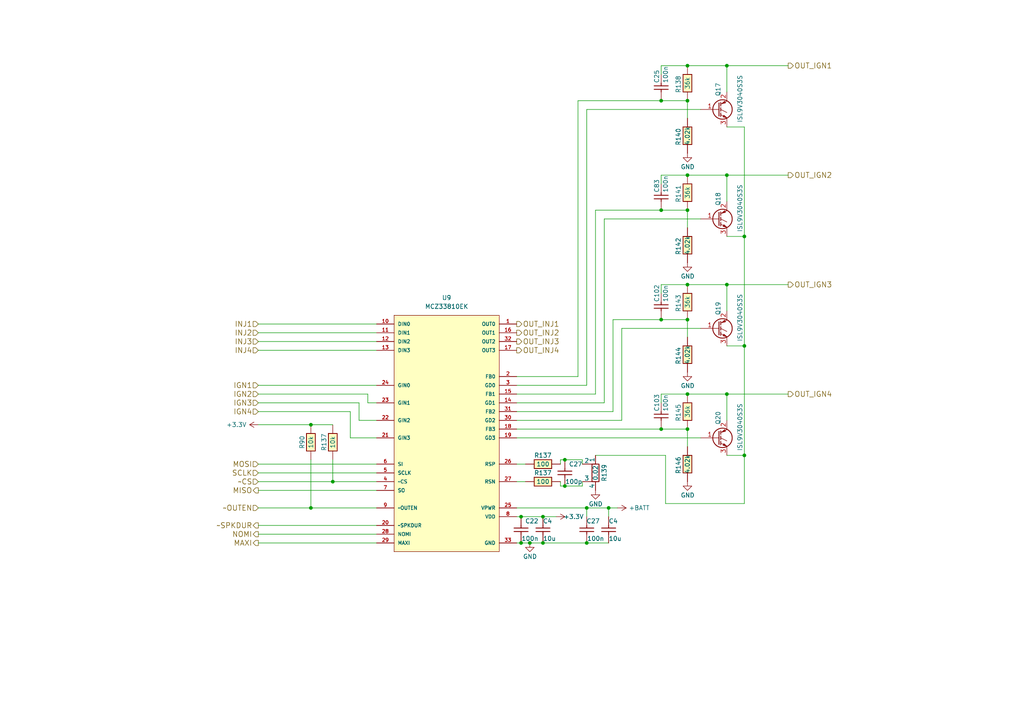
<source format=kicad_sch>
(kicad_sch (version 20230121) (generator eeschema)
  (paper "A4")
  (lib_symbols
    (symbol "Device:Q_NIGBT_GCE" (pin_names (offset 0) hide)
      (property "Reference" "Q" (at 5.08 1.27 0))
      (property "Value" "Q_NIGBT_GCE" (at 5.08 -1.27 0))
      (symbol "Q_NIGBT_GCE_0_1"
        (polyline (pts (xy 0.762 -1.016) (xy 0.762 -2.032)) (stroke (width 0.254)))
        (polyline (pts (xy 0.762 0.508) (xy 0.762 -0.508)) (stroke (width 0.254)))
        (polyline (pts (xy 0.762 2.032) (xy 0.762 1.016)) (stroke (width 0.254)))
        (polyline (pts (xy 2.54 -2.413) (xy 0.762 -1.524)))
        (polyline (pts (xy 2.54 -0.889) (xy 0.762 0)))
        (polyline (pts (xy 2.54 2.413) (xy 0.762 1.524)))
        (polyline (pts (xy 0.254 1.905) (xy 0.254 -1.905) (xy 0.254 -1.905)) (stroke (width 0.254)))
        (polyline (pts (xy 1.397 -2.159) (xy 1.651 -1.651) (xy 2.54 -2.413) (xy 1.397 -2.159)) (fill (type outline)))
        (polyline (pts (xy 2.159 1.905) (xy 1.905 2.413) (xy 1.016 1.651) (xy 2.159 1.905)) (fill (type outline)))
        (circle (center 1.27 0) (radius 2.8194) (stroke (width 0.254)))
      )
      (symbol "Q_NIGBT_GCE_1_1"
        (pin input line (at -5.08 0 0) (length 5.334) (name "G") (number "1"))
        (pin passive line (at 2.54 5.08 270) (length 2.54) (name "C") (number "2"))
        (pin passive line (at 2.54 -5.08 90) (length 2.54) (name "E") (number "3"))
      )
    )
    (symbol "Device:R_Shunt" (pin_numbers hide) (pin_names (offset 0))
      (property "Reference" "R" (at -4.445 0 90))
      (property "Value" "R_Shunt" (at -2.54 0 90))
      (symbol "R_Shunt_0_1"
        (rectangle (start -1.016 -2.54) (end 1.016 2.54) (stroke (width 0.254)))
        (polyline (pts (xy 0 -2.54) (xy 1.27 -2.54)))
        (polyline (pts (xy 1.27 2.54) (xy 0 2.54)))
      )
      (symbol "R_Shunt_1_1"
        (pin passive line (at 0 5.08 270) (length 2.54) (name "1") (number "1"))
        (pin passive line (at 3.81 2.54 180) (length 2.54) (name "2") (number "2"))
        (pin passive line (at 3.81 -2.54 180) (length 2.54) (name "3") (number "3"))
        (pin passive line (at 0 -5.08 90) (length 2.54) (name "4") (number "4"))
      )
    )
    (symbol "Mcz33810:MCZ33810EK" (pin_names (offset 1.016))
      (property "Reference" "U" (at -1.27 38.1 0))
      (property "Value" "MCZ33810EK" (at -6.35 35.56 0))
      (symbol "MCZ33810EK_0_0"
        (pin output line (at 20.32 33.02 180) (length 5.08) (name "OUT0") (number "1"))
        (pin input line (at -20.32 33.02 0) (length 5.08) (name "DIN0") (number "10"))
        (pin input line (at -20.32 30.48 0) (length 5.08) (name "DIN1") (number "11"))
        (pin input line (at -20.32 27.94 0) (length 5.08) (name "DIN2") (number "12"))
        (pin input line (at -20.32 25.4 0) (length 5.08) (name "DIN3") (number "13"))
        (pin output line (at 20.32 10.16 180) (length 5.08) (name "GD1") (number "14"))
        (pin input line (at 20.32 12.7 180) (length 5.08) (name "FB1") (number "15"))
        (pin output line (at 20.32 30.48 180) (length 5.08) (name "OUT1") (number "16"))
        (pin output line (at 20.32 25.4 180) (length 5.08) (name "OUT3") (number "17"))
        (pin input line (at 20.32 2.54 180) (length 5.08) (name "FB3") (number "18"))
        (pin output line (at 20.32 0 180) (length 5.08) (name "GD3") (number "19"))
        (pin input line (at 20.32 17.78 180) (length 5.08) (name "FB0") (number "2"))
        (pin input line (at -20.32 -25.4 0) (length 5.08) (name "~SPKDUR") (number "20"))
        (pin input line (at -20.32 0 0) (length 5.08) (name "GIN3") (number "21"))
        (pin input line (at -20.32 5.08 0) (length 5.08) (name "GIN2") (number "22"))
        (pin input line (at -20.32 10.16 0) (length 5.08) (name "GIN1") (number "23"))
        (pin input line (at -20.32 15.24 0) (length 5.08) (name "GIN0") (number "24"))
        (pin input line (at 20.32 -20.32 180) (length 5.08) (name "VPWR") (number "25"))
        (pin input line (at 20.32 -7.62 180) (length 5.08) (name "RSP") (number "26"))
        (pin input line (at 20.32 -12.7 180) (length 5.08) (name "RSN") (number "27"))
        (pin output line (at -20.32 -27.94 0) (length 5.08) (name "NOMI") (number "28"))
        (pin input line (at -20.32 -30.48 0) (length 5.08) (name "MAXI") (number "29"))
        (pin output line (at 20.32 15.24 180) (length 5.08) (name "GD0") (number "3"))
        (pin output line (at 20.32 5.08 180) (length 5.08) (name "GD2") (number "30"))
        (pin input line (at 20.32 7.62 180) (length 5.08) (name "FB2") (number "31"))
        (pin output line (at 20.32 27.94 180) (length 5.08) (name "OUT2") (number "32"))
        (pin passive line (at 20.32 -30.48 180) (length 5.08) (name "GND") (number "33"))
        (pin input line (at -20.32 -12.7 0) (length 5.08) (name "~CS") (number "4"))
        (pin input line (at -20.32 -10.16 0) (length 5.08) (name "SCLK") (number "5"))
        (pin input line (at -20.32 -7.62 0) (length 5.08) (name "SI") (number "6"))
        (pin output line (at -20.32 -15.24 0) (length 5.08) (name "SO") (number "7"))
        (pin power_in line (at 20.32 -22.86 180) (length 5.08) (name "VDD") (number "8"))
        (pin output line (at -20.32 -20.32 0) (length 5.08) (name "~OUTEN") (number "9"))
      )
      (symbol "MCZ33810EK_1_0"
        (rectangle (start -15.24 35.56) (end 15.24 -33.02) (fill (type background)))
      )
    )
    (symbol "hellen-one-common:Cap" (pin_numbers hide)
      (property "Reference" "C" (at -3.81 2.54 0))
      (property "Value" "Cap" (at -2.54 -1.27 0))
      (symbol "Cap_1_0"
        (polyline (pts (xy -1.27 0) (xy -0.508 0)) (stroke (width 0.254)))
        (polyline (pts (xy -0.508 -2.032) (xy -0.508 2.032)) (stroke (width 0.254)))
        (polyline (pts (xy 0.508 2.032) (xy 0.508 -2.032)) (stroke (width 0.254)))
        (polyline (pts (xy 1.27 0) (xy 0.508 0)) (stroke (width 0.254)))
        (pin passive line (at -3.81 0 0) (length 2.54) (name "") (number "1"))
        (pin passive line (at 3.81 0 180) (length 2.54) (name "") (number "2"))
      )
    )
    (symbol "hellen-one-common:Res" (pin_numbers hide)
      (property "Reference" "R" (at 3.81 2.54 0))
      (property "Value" "Res" (at 5.08 -2.54 0))
      (symbol "Res_1_0"
        (rectangle (start 2.54 -1.27) (end 7.62 1.27) (stroke (width 0.254)) (fill (type background)))
        (pin passive line (at 0 0 0) (length 2.54) (name "") (number "1"))
        (pin passive line (at 10.16 0 180) (length 2.54) (name "") (number "2"))
      )
    )
    (symbol "power:+3.3V" (power) (pin_names (offset 0))
      (property "Value" "+3.3V" (at 0 3.556 0))
      (symbol "+3.3V_0_1"
        (polyline (pts (xy -0.762 1.27) (xy 0 2.54)))
        (polyline (pts (xy 0 0) (xy 0 2.54)))
        (polyline (pts (xy 0 2.54) (xy 0.762 1.27)))
      )
      (symbol "+3.3V_1_1"
        (pin power_in line (at 0 0 90) (length 0) hide (name "+3.3V") (number "1"))
      )
    )
    (symbol "power:+BATT" (power) (pin_names (offset 0))
      (property "Value" "+BATT" (at 0 3.556 0))
      (symbol "+BATT_0_1"
        (polyline (pts (xy -0.762 1.27) (xy 0 2.54)))
        (polyline (pts (xy 0 0) (xy 0 2.54)))
        (polyline (pts (xy 0 2.54) (xy 0.762 1.27)))
      )
      (symbol "+BATT_1_1"
        (pin power_in line (at 0 0 90) (length 0) hide (name "+BATT") (number "1"))
      )
    )
    (symbol "power:GND" (power) (pin_names (offset 0))
      (property "Value" "GND" (at 0 -3.81 0))
      (symbol "GND_0_1"
        (polyline (pts (xy 0 0) (xy 0 -1.27) (xy 1.27 -1.27) (xy 0 -2.54) (xy -1.27 -1.27) (xy 0 -1.27)))
      )
      (symbol "GND_1_1"
        (pin power_in line (at 0 0 270) (length 0) hide (name "GND") (number "1"))
      )
    )
  )
  (junction (at 170.18 147.32))
  (junction (at 170.18 157.48))
  (junction (at 191.77 29.21))
  (junction (at 210.82 82.55))
  (junction (at 199.39 50.8))
  (junction (at 215.9 132.08))
  (junction (at 153.67 157.48))
  (junction (at 90.17 123.19))
  (junction (at 199.39 114.3))
  (junction (at 215.9 100.33))
  (junction (at 151.13 157.48))
  (junction (at 199.39 124.46))
  (junction (at 210.82 50.8))
  (junction (at 191.77 124.46))
  (junction (at 199.39 60.96))
  (junction (at 191.77 92.71))
  (junction (at 151.13 149.86))
  (junction (at 199.39 92.71))
  (junction (at 199.39 19.05))
  (junction (at 163.83 140.97))
  (junction (at 191.77 60.96))
  (junction (at 90.17 147.32))
  (junction (at 210.82 19.05))
  (junction (at 215.9 68.58))
  (junction (at 96.52 139.7))
  (junction (at 157.48 157.48))
  (junction (at 199.39 29.21))
  (junction (at 157.48 149.86))
  (junction (at 210.82 114.3))
  (junction (at 176.53 147.32))
  (junction (at 199.39 82.55))
  (junction (at 163.83 133.35))
  (wire (pts (xy 210.82 50.8) (xy 228.6 50.8)))
  (wire (pts (xy 74.93 137.16) (xy 109.22 137.16)))
  (wire (pts (xy 153.67 157.48) (xy 157.48 157.48)))
  (wire (pts (xy 168.91 140.97) (xy 168.91 139.7)))
  (wire (pts (xy 199.39 50.8) (xy 191.77 50.8)))
  (wire (pts (xy 191.77 92.71) (xy 199.39 92.71)))
  (wire (pts (xy 199.39 50.8) (xy 210.82 50.8)))
  (wire (pts (xy 149.86 109.22) (xy 167.64 109.22)))
  (wire (pts (xy 210.82 26.67) (xy 210.82 19.05)))
  (wire (pts (xy 199.39 97.79) (xy 199.39 92.71)))
  (wire (pts (xy 74.93 101.6) (xy 109.22 101.6)))
  (wire (pts (xy 74.93 119.38) (xy 101.6 119.38)))
  (wire (pts (xy 74.93 123.19) (xy 90.17 123.19)))
  (wire (pts (xy 215.9 68.58) (xy 215.9 100.33)))
  (wire (pts (xy 74.93 116.84) (xy 104.14 116.84)))
  (wire (pts (xy 170.18 149.86) (xy 170.18 147.32)))
  (wire (pts (xy 149.86 121.92) (xy 180.34 121.92)))
  (wire (pts (xy 177.8 119.38) (xy 177.8 92.71)))
  (wire (pts (xy 90.17 123.19) (xy 96.52 123.19)))
  (wire (pts (xy 210.82 68.58) (xy 215.9 68.58)))
  (wire (pts (xy 199.39 114.3) (xy 191.77 114.3)))
  (wire (pts (xy 149.86 111.76) (xy 170.18 111.76)))
  (wire (pts (xy 215.9 100.33) (xy 215.9 132.08)))
  (wire (pts (xy 191.77 19.05) (xy 191.77 21.59)))
  (wire (pts (xy 74.93 96.52) (xy 109.22 96.52)))
  (wire (pts (xy 163.83 133.35) (xy 162.56 133.35)))
  (wire (pts (xy 180.34 121.92) (xy 180.34 95.25)))
  (wire (pts (xy 74.93 147.32) (xy 90.17 147.32)))
  (wire (pts (xy 104.14 116.84) (xy 104.14 121.92)))
  (wire (pts (xy 193.04 132.08) (xy 172.72 132.08)))
  (wire (pts (xy 149.86 124.46) (xy 191.77 124.46)))
  (wire (pts (xy 162.56 133.35) (xy 162.56 134.62)))
  (wire (pts (xy 210.82 36.83) (xy 215.9 36.83)))
  (wire (pts (xy 176.53 147.32) (xy 179.07 147.32)))
  (wire (pts (xy 210.82 90.17) (xy 210.82 82.55)))
  (wire (pts (xy 168.91 133.35) (xy 163.83 133.35)))
  (wire (pts (xy 199.39 82.55) (xy 210.82 82.55)))
  (wire (pts (xy 74.93 134.62) (xy 109.22 134.62)))
  (wire (pts (xy 170.18 31.75) (xy 203.2 31.75)))
  (wire (pts (xy 151.13 149.86) (xy 149.86 149.86)))
  (wire (pts (xy 170.18 157.48) (xy 176.53 157.48)))
  (wire (pts (xy 149.86 119.38) (xy 177.8 119.38)))
  (wire (pts (xy 163.83 140.97) (xy 162.56 140.97)))
  (wire (pts (xy 149.86 114.3) (xy 172.72 114.3)))
  (wire (pts (xy 74.93 142.24) (xy 109.22 142.24)))
  (wire (pts (xy 199.39 19.05) (xy 210.82 19.05)))
  (wire (pts (xy 175.26 63.5) (xy 203.2 63.5)))
  (wire (pts (xy 149.86 127) (xy 203.2 127)))
  (wire (pts (xy 74.93 152.4) (xy 109.22 152.4)))
  (wire (pts (xy 96.52 139.7) (xy 96.52 133.35)))
  (wire (pts (xy 104.14 121.92) (xy 109.22 121.92)))
  (wire (pts (xy 215.9 146.05) (xy 193.04 146.05)))
  (wire (pts (xy 210.82 58.42) (xy 210.82 50.8)))
  (wire (pts (xy 210.82 82.55) (xy 228.6 82.55)))
  (wire (pts (xy 90.17 147.32) (xy 109.22 147.32)))
  (wire (pts (xy 151.13 149.86) (xy 157.48 149.86)))
  (wire (pts (xy 101.6 127) (xy 101.6 119.38)))
  (wire (pts (xy 172.72 114.3) (xy 172.72 60.96)))
  (wire (pts (xy 74.93 139.7) (xy 96.52 139.7)))
  (wire (pts (xy 168.91 133.35) (xy 168.91 134.62)))
  (wire (pts (xy 191.77 60.96) (xy 199.39 60.96)))
  (wire (pts (xy 106.68 116.84) (xy 106.68 114.3)))
  (wire (pts (xy 74.93 157.48) (xy 109.22 157.48)))
  (wire (pts (xy 153.67 157.48) (xy 151.13 157.48)))
  (wire (pts (xy 175.26 116.84) (xy 175.26 63.5)))
  (wire (pts (xy 199.39 34.29) (xy 199.39 29.21)))
  (wire (pts (xy 74.93 114.3) (xy 106.68 114.3)))
  (wire (pts (xy 215.9 132.08) (xy 215.9 146.05)))
  (wire (pts (xy 167.64 109.22) (xy 167.64 29.21)))
  (wire (pts (xy 191.77 82.55) (xy 191.77 85.09)))
  (wire (pts (xy 152.4 134.62) (xy 149.86 134.62)))
  (wire (pts (xy 210.82 100.33) (xy 215.9 100.33)))
  (wire (pts (xy 170.18 147.32) (xy 149.86 147.32)))
  (wire (pts (xy 177.8 92.71) (xy 191.77 92.71)))
  (wire (pts (xy 176.53 147.32) (xy 176.53 149.86)))
  (wire (pts (xy 210.82 114.3) (xy 228.6 114.3)))
  (wire (pts (xy 199.39 66.04) (xy 199.39 60.96)))
  (wire (pts (xy 170.18 111.76) (xy 170.18 31.75)))
  (wire (pts (xy 151.13 157.48) (xy 149.86 157.48)))
  (wire (pts (xy 210.82 132.08) (xy 215.9 132.08)))
  (wire (pts (xy 109.22 127) (xy 101.6 127)))
  (wire (pts (xy 109.22 116.84) (xy 106.68 116.84)))
  (wire (pts (xy 74.93 99.06) (xy 109.22 99.06)))
  (wire (pts (xy 210.82 121.92) (xy 210.82 114.3)))
  (wire (pts (xy 167.64 29.21) (xy 191.77 29.21)))
  (wire (pts (xy 157.48 149.86) (xy 161.29 149.86)))
  (wire (pts (xy 157.48 157.48) (xy 170.18 157.48)))
  (wire (pts (xy 199.39 114.3) (xy 210.82 114.3)))
  (wire (pts (xy 74.93 154.94) (xy 109.22 154.94)))
  (wire (pts (xy 149.86 116.84) (xy 175.26 116.84)))
  (wire (pts (xy 172.72 60.96) (xy 191.77 60.96)))
  (wire (pts (xy 199.39 129.54) (xy 199.39 124.46)))
  (wire (pts (xy 109.22 139.7) (xy 96.52 139.7)))
  (wire (pts (xy 74.93 111.76) (xy 109.22 111.76)))
  (wire (pts (xy 193.04 146.05) (xy 193.04 132.08)))
  (wire (pts (xy 215.9 36.83) (xy 215.9 68.58)))
  (wire (pts (xy 74.93 93.98) (xy 109.22 93.98)))
  (wire (pts (xy 90.17 133.35) (xy 90.17 147.32)))
  (wire (pts (xy 180.34 95.25) (xy 203.2 95.25)))
  (wire (pts (xy 191.77 114.3) (xy 191.77 116.84)))
  (wire (pts (xy 210.82 19.05) (xy 228.6 19.05)))
  (wire (pts (xy 191.77 50.8) (xy 191.77 53.34)))
  (wire (pts (xy 199.39 19.05) (xy 191.77 19.05)))
  (wire (pts (xy 176.53 147.32) (xy 170.18 147.32)))
  (wire (pts (xy 152.4 139.7) (xy 149.86 139.7)))
  (wire (pts (xy 168.91 140.97) (xy 163.83 140.97)))
  (wire (pts (xy 191.77 29.21) (xy 199.39 29.21)))
  (wire (pts (xy 191.77 124.46) (xy 199.39 124.46)))
  (wire (pts (xy 199.39 82.55) (xy 191.77 82.55)))
  (wire (pts (xy 162.56 140.97) (xy 162.56 139.7)))
  (hierarchical_label "OUT_INJ2" (shape output) (at 149.86 96.52 0) (effects (font (size 1.524 1.524))))
  (hierarchical_label "OUT_INJ3" (shape output) (at 149.86 99.06 0) (effects (font (size 1.524 1.524))))
  (hierarchical_label "NOMI" (shape output) (at 74.93 154.94 180) (effects (font (size 1.524 1.524))))
  (hierarchical_label "INJ4" (shape input) (at 74.93 101.6 180) (effects (font (size 1.524 1.524))))
  (hierarchical_label "IGN4" (shape input) (at 74.93 119.38 180) (effects (font (size 1.524 1.524))))
  (hierarchical_label "SCLK" (shape input) (at 74.93 137.16 180) (effects (font (size 1.524 1.524))))
  (hierarchical_label "IGN3" (shape input) (at 74.93 116.84 180) (effects (font (size 1.524 1.524))))
  (hierarchical_label "~OUTEN" (shape input) (at 74.93 147.32 180) (effects (font (size 1.524 1.524))))
  (hierarchical_label "MAXI" (shape output) (at 74.93 157.48 180) (effects (font (size 1.524 1.524))))
  (hierarchical_label "INJ2" (shape input) (at 74.93 96.52 180) (effects (font (size 1.524 1.524))))
  (hierarchical_label "OUT_IGN1" (shape output) (at 228.6 19.05 0) (effects (font (size 1.524 1.524))))
  (hierarchical_label "INJ3" (shape input) (at 74.93 99.06 180) (effects (font (size 1.524 1.524))))
  (hierarchical_label "MOSI" (shape input) (at 74.93 134.62 180) (effects (font (size 1.524 1.524))))
  (hierarchical_label "~CS" (shape input) (at 74.93 139.7 180) (effects (font (size 1.524 1.524))))
  (hierarchical_label "IGN1" (shape input) (at 74.93 111.76 180) (effects (font (size 1.524 1.524))))
  (hierarchical_label "OUT_IGN2" (shape output) (at 228.6 50.8 0) (effects (font (size 1.524 1.524))))
  (hierarchical_label "IGN2" (shape input) (at 74.93 114.3 180) (effects (font (size 1.524 1.524))))
  (hierarchical_label "OUT_IGN3" (shape output) (at 228.6 82.55 0) (effects (font (size 1.524 1.524))))
  (hierarchical_label "INJ1" (shape input) (at 74.93 93.98 180) (effects (font (size 1.524 1.524))))
  (hierarchical_label "MISO" (shape output) (at 74.93 142.24 180) (effects (font (size 1.524 1.524))))
  (hierarchical_label "OUT_IGN4" (shape output) (at 228.6 114.3 0) (effects (font (size 1.524 1.524))))
  (hierarchical_label "~SPKDUR" (shape output) (at 74.93 152.4 180) (effects (font (size 1.524 1.524))))
  (hierarchical_label "OUT_INJ1" (shape output) (at 149.86 93.98 0) (effects (font (size 1.524 1.524))))
  (hierarchical_label "OUT_INJ4" (shape output) (at 149.86 101.6 0) (effects (font (size 1.524 1.524))))
  (symbol (lib_id "power:GND") (at 199.39 107.95 0) (unit 1)
    (property "Reference" "#PWR0158" (effects hide))
    (property "Value" "GND" (at 199.4408 111.8934 0))
    (instances (project "MC33810-breakout" (path "" (reference "#PWR0158") (unit 1)) (path "" (reference "#PWR010") (unit 1))) (project "hellen-112-17" (path "" (reference "#PWR?") (unit 1)) (path "" (reference "#PWR?") (unit 1))) (project "hellen-112-17" (path "" (reference "#PWR0148") (unit 1)) (path "" (reference "#PWR076") (unit 1))))
  )
  (symbol (lib_id "hellen-one-common:Cap") (at 157.48 153.67 90) (unit 1)
    (property "Reference" "C4" (at 157.48 151.13 90) (effects (justify right)))
    (property "Value" "10u" (at 157.48 156.21 90) (effects (justify right)))
    (property "Footprint" "Capacitor_SMD:C_0805_2012Metric" (effects hide))
    (property "LCSC" "C15850" (effects hide))
    (instances (project "MC33810-breakout" (path "" (reference "C4") (unit 1)) (path "" (reference "C2") (unit 1))))
  )
  (symbol (lib_id "power:+BATT") (at 179.07 147.32 270) (unit 1)
    (property "Reference" "#PWR0153" (effects hide))
    (property "Value" "+BATT" (at 185.42 147.32 90))
    (instances (project "MC33810-breakout" (path "" (reference "#PWR0153") (unit 1)) (path "" (reference "#PWR07") (unit 1))))
  )
  (symbol (lib_id "hellen-one-common:Cap") (at 176.53 153.67 90) (unit 1)
    (property "Reference" "C4" (at 176.53 151.13 90) (effects (justify right)))
    (property "Value" "10u" (at 176.53 156.21 90) (effects (justify right)))
    (property "Footprint" "Capacitor_SMD:C_0805_2012Metric" (effects hide))
    (property "LCSC" "C15850" (effects hide))
    (instances (project "MC33810-breakout" (path "" (reference "C4") (unit 1)) (path "" (reference "C5") (unit 1))))
  )
  (symbol (lib_id "hellen-one-common:Res") (at 199.39 97.79 90) (mirror x) (unit 1)
    (property "Reference" "R144" (at 196.7453 103.1904 0))
    (property "Value" "4.02k" (at 199.39 102.87 0))
    (property "Footprint" "Resistor_SMD:R_1206_3216Metric" (effects hide))
    (property "LCSC" "C274026" (effects hide))
    (instances (project "MC33810-breakout" (path "" (reference "R144") (unit 1)) (path "" (reference "R11") (unit 1))) (project "proteus81harley" (path "" (reference "R13") (unit 1))))
  )
  (symbol (lib_id "Device:Q_NIGBT_GCE") (at 208.28 31.75 0) (unit 1)
    (property "Reference" "Q17" (at 208.28 27.94 90) (effects (justify left)))
    (property "Value" "ISL9V3040S3S" (at 214.63 35.56 90) (effects (justify left)))
    (property "Footprint" "Package_TO_SOT_SMD:TO-263-2" (effects hide))
    (property "LCSC" "C898702" (effects hide))
    (instances (project "MC33810-breakout" (path "" (reference "Q17") (unit 1)) (path "" (reference "Q1") (unit 1))) (project "proteus81harley" (path "" (reference "Q1") (unit 1))))
  )
  (symbol (lib_id "hellen-one-common:Res") (at 199.39 34.29 90) (mirror x) (unit 1)
    (property "Reference" "R140" (at 196.7453 39.6904 0))
    (property "Value" "4.02k" (at 199.39 39.37 0))
    (property "Footprint" "Resistor_SMD:R_1206_3216Metric" (effects hide))
    (property "LCSC" "C274026" (effects hide))
    (instances (project "MC33810-breakout" (path "" (reference "R140") (unit 1)) (path "" (reference "R7") (unit 1))) (project "proteus81harley" (path "" (reference "R13") (unit 1))))
  )
  (symbol (lib_id "hellen-one-common:Res") (at 152.4 139.7 0) (mirror x) (unit 1)
    (property "Reference" "R137" (at 157.48 137.16 0))
    (property "Value" "100" (at 157.48 139.7 0))
    (property "Footprint" "hellen-one-common:R0603" (effects hide))
    (property "LCSC" "C22775" (effects hide))
    (instances (project "MC33810-breakout" (path "" (reference "R137") (unit 1)) (path "" (reference "R4") (unit 1))))
  )
  (symbol (lib_id "power:GND") (at 199.39 44.45 0) (unit 1)
    (property "Reference" "#PWR0156" (effects hide))
    (property "Value" "GND" (at 199.4408 48.3934 0))
    (instances (project "MC33810-breakout" (path "" (reference "#PWR0156") (unit 1)) (path "" (reference "#PWR08") (unit 1))) (project "hellen-112-17" (path "" (reference "#PWR?") (unit 1)) (path "" (reference "#PWR?") (unit 1))) (project "hellen-112-17" (path "" (reference "#PWR0148") (unit 1)) (path "" (reference "#PWR076") (unit 1))))
  )
  (symbol (lib_id "hellen-one-common:Cap") (at 191.77 120.65 270) (unit 1)
    (property "Reference" "C103" (at 190.5 119.38 0) (effects (justify right)))
    (property "Value" "100n" (at 193.04 119.38 0) (effects (justify right)))
    (property "Footprint" "hellen-one-common:C0603" (effects hide))
    (property "LCSC" "C14663" (effects hide))
    (instances (project "MC33810-breakout" (path "" (reference "C103") (unit 1)) (path "" (reference "C9") (unit 1))) (project "hellen-112-17" (path "" (reference "C?") (unit 1))) (project "hellen-112-17" (path "" (reference "C11") (unit 1)) (path "" (reference "C26") (unit 1))))
  )
  (symbol (lib_id "hellen-one-common:Res") (at 152.4 134.62 0) (mirror x) (unit 1)
    (property "Reference" "R137" (at 157.48 132.08 0))
    (property "Value" "100" (at 157.48 134.62 0))
    (property "Footprint" "hellen-one-common:R0603" (effects hide))
    (property "LCSC" "C22775" (effects hide))
    (instances (project "MC33810-breakout" (path "" (reference "R137") (unit 1)) (path "" (reference "R3") (unit 1))))
  )
  (symbol (lib_id "hellen-one-common:Cap") (at 191.77 88.9 270) (unit 1)
    (property "Reference" "C102" (at 190.5 87.63 0) (effects (justify right)))
    (property "Value" "100n" (at 193.04 87.63 0) (effects (justify right)))
    (property "Footprint" "hellen-one-common:C0603" (effects hide))
    (property "LCSC" "C14663" (effects hide))
    (instances (project "MC33810-breakout" (path "" (reference "C102") (unit 1)) (path "" (reference "C8") (unit 1))) (project "hellen-112-17" (path "" (reference "C?") (unit 1))) (project "hellen-112-17" (path "" (reference "C11") (unit 1)) (path "" (reference "C26") (unit 1))))
  )
  (symbol (lib_id "hellen-one-common:Res") (at 96.52 133.35 270) (mirror x) (unit 1)
    (property "Reference" "R137" (at 93.98 128.27 0))
    (property "Value" "10k" (at 96.52 128.27 0))
    (property "Footprint" "hellen-one-common:R0603" (effects hide))
    (property "LCSC" "C25804" (effects hide))
    (instances (project "MC33810-breakout" (path "" (reference "R137") (unit 1)) (path "" (reference "R2") (unit 1))))
  )
  (symbol (lib_id "hellen-one-common:Cap") (at 170.18 153.67 270) (unit 1)
    (property "Reference" "C27" (at 173.99 151.13 90) (effects (justify right)))
    (property "Value" "100n" (at 175.26 156.21 90) (effects (justify right)))
    (property "Footprint" "hellen-one-common:C0603" (effects hide))
    (property "LCSC" "C14663" (effects hide))
    (instances (project "MC33810-breakout" (path "" (reference "C27") (unit 1)) (path "" (reference "C4") (unit 1))) (project "hellen-112-17" (path "" (reference "C?") (unit 1))) (project "hellen-112-17" (path "" (reference "C11") (unit 1)) (path "" (reference "C26") (unit 1))))
  )
  (symbol (lib_id "hellen-one-common:Res") (at 90.17 133.35 270) (mirror x) (unit 1)
    (property "Reference" "R90" (at 87.63 128.27 0))
    (property "Value" "10k" (at 90.17 128.27 0))
    (property "Footprint" "hellen-one-common:R0603" (effects hide))
    (property "LCSC" "C25804" (effects hide))
    (instances (project "MC33810-breakout" (path "" (reference "R90") (unit 1)) (path "" (reference "R1") (unit 1))))
  )
  (symbol (lib_id "hellen-one-common:Res") (at 199.39 50.8 90) (mirror x) (unit 1)
    (property "Reference" "R141" (at 196.7453 56.2004 0))
    (property "Value" "36k" (at 199.39 55.88 0))
    (property "Footprint" "Resistor_SMD:R_2512_6332Metric" (effects hide))
    (property "LCSC" "C474088" (effects hide))
    (instances (project "MC33810-breakout" (path "" (reference "R141") (unit 1)) (path "" (reference "R8") (unit 1))) (project "proteus81harley" (path "" (reference "R13") (unit 1))))
  )
  (symbol (lib_id "hellen-one-common:Res") (at 199.39 66.04 90) (mirror x) (unit 1)
    (property "Reference" "R142" (at 196.7453 71.4404 0))
    (property "Value" "4.02k" (at 199.39 71.12 0))
    (property "Footprint" "Resistor_SMD:R_1206_3216Metric" (effects hide))
    (property "LCSC" "C274026" (effects hide))
    (instances (project "MC33810-breakout" (path "" (reference "R142") (unit 1)) (path "" (reference "R9") (unit 1))) (project "proteus81harley" (path "" (reference "R13") (unit 1))))
  )
  (symbol (lib_id "hellen-one-common:Cap") (at 163.83 137.16 270) (unit 1)
    (property "Reference" "C27" (at 168.91 134.62 90) (effects (justify right)))
    (property "Value" "100p" (at 168.91 139.7 90) (effects (justify right)))
    (property "Footprint" "hellen-one-common:C0603" (effects hide))
    (property "LCSC" "C14858" (effects hide))
    (instances (project "MC33810-breakout" (path "" (reference "C27") (unit 1)) (path "" (reference "C3") (unit 1))) (project "hellen-112-17" (path "" (reference "C?") (unit 1))) (project "hellen-112-17" (path "" (reference "C11") (unit 1)) (path "" (reference "C26") (unit 1))))
  )
  (symbol (lib_id "power:+3.3V") (at 74.93 123.19 90) (mirror x) (unit 1)
    (property "Reference" "#PWR0151" (effects hide))
    (property "Value" "+3.3V" (at 68.58 123.19 90))
    (instances (project "MC33810-breakout" (path "" (reference "#PWR0151") (unit 1)) (path "" (reference "#PWR03") (unit 1))))
  )
  (symbol (lib_id "power:GND") (at 199.39 76.2 0) (unit 1)
    (property "Reference" "#PWR0157" (effects hide))
    (property "Value" "GND" (at 199.4408 80.1434 0))
    (instances (project "MC33810-breakout" (path "" (reference "#PWR0157") (unit 1)) (path "" (reference "#PWR09") (unit 1))) (project "hellen-112-17" (path "" (reference "#PWR?") (unit 1)) (path "" (reference "#PWR?") (unit 1))) (project "hellen-112-17" (path "" (reference "#PWR0148") (unit 1)) (path "" (reference "#PWR076") (unit 1))))
  )
  (symbol (lib_id "hellen-one-common:Res") (at 199.39 82.55 90) (mirror x) (unit 1)
    (property "Reference" "R143" (at 196.7453 87.9504 0))
    (property "Value" "36k" (at 199.39 87.63 0))
    (property "Footprint" "Resistor_SMD:R_2512_6332Metric" (effects hide))
    (property "LCSC" "C474088" (effects hide))
    (instances (project "MC33810-breakout" (path "" (reference "R143") (unit 1)) (path "" (reference "R10") (unit 1))) (project "proteus81harley" (path "" (reference "R13") (unit 1))))
  )
  (symbol (lib_id "hellen-one-common:Cap") (at 151.13 153.67 270) (unit 1)
    (property "Reference" "C22" (at 156.21 151.13 90) (effects (justify right)))
    (property "Value" "100n" (at 156.21 156.21 90) (effects (justify right)))
    (property "Footprint" "hellen-one-common:C0603" (effects hide))
    (property "LCSC" "C14663" (effects hide))
    (instances (project "MC33810-breakout" (path "" (reference "C22") (unit 1)) (path "" (reference "C1") (unit 1))) (project "hellen-112-17" (path "" (reference "C?") (unit 1))) (project "hellen-112-17" (path "" (reference "C11") (unit 1)) (path "" (reference "C26") (unit 1))))
  )
  (symbol (lib_id "hellen-one-common:Res") (at 199.39 129.54 90) (mirror x) (unit 1)
    (property "Reference" "R146" (at 196.7453 134.9404 0))
    (property "Value" "4.02k" (at 199.39 134.62 0))
    (property "Footprint" "Resistor_SMD:R_1206_3216Metric" (effects hide))
    (property "LCSC" "C274026" (effects hide))
    (instances (project "MC33810-breakout" (path "" (reference "R146") (unit 1)) (path "" (reference "R13") (unit 1))) (project "proteus81harley" (path "" (reference "R13") (unit 1))))
  )
  (symbol (lib_id "power:GND") (at 199.39 139.7 0) (unit 1)
    (property "Reference" "#PWR0159" (effects hide))
    (property "Value" "GND" (at 199.4408 143.6434 0))
    (instances (project "MC33810-breakout" (path "" (reference "#PWR0159") (unit 1)) (path "" (reference "#PWR011") (unit 1))) (project "hellen-112-17" (path "" (reference "#PWR?") (unit 1)) (path "" (reference "#PWR?") (unit 1))) (project "hellen-112-17" (path "" (reference "#PWR0148") (unit 1)) (path "" (reference "#PWR076") (unit 1))))
  )
  (symbol (lib_id "power:GND") (at 153.67 157.48 0) (unit 1)
    (property "Reference" "#PWR0154" (effects hide))
    (property "Value" "GND" (at 153.7208 161.4234 0))
    (instances (project "MC33810-breakout" (path "" (reference "#PWR0154") (unit 1)) (path "" (reference "#PWR04") (unit 1))) (project "hellen-112-17" (path "" (reference "#PWR?") (unit 1)) (path "" (reference "#PWR?") (unit 1))) (project "hellen-112-17" (path "" (reference "#PWR0148") (unit 1)) (path "" (reference "#PWR076") (unit 1))))
  )
  (symbol (lib_id "hellen-one-common:Res") (at 199.39 114.3 90) (mirror x) (unit 1)
    (property "Reference" "R145" (at 196.7453 119.7004 0))
    (property "Value" "36k" (at 199.39 119.38 0))
    (property "Footprint" "Resistor_SMD:R_2512_6332Metric" (effects hide))
    (property "LCSC" "C474088" (effects hide))
    (instances (project "MC33810-breakout" (path "" (reference "R145") (unit 1)) (path "" (reference "R12") (unit 1))) (project "proteus81harley" (path "" (reference "R13") (unit 1))))
  )
  (symbol (lib_id "Mcz33810:MCZ33810EK") (at 129.54 127 0) (unit 1)
    (property "Reference" "U9" (at 129.54 86.36 0))
    (property "Value" "MCZ33810EK" (at 129.54 88.9 0))
    (property "Footprint" "kicad6-libraries:Mcz33810" (effects hide))
    (property "LCSC" "C3192631" (effects hide))
    (instances (project "MC33810-breakout" (path "" (reference "U9") (unit 1)) (path "" (reference "U1") (unit 1))))
  )
  (symbol (lib_id "hellen-one-common:Res") (at 199.39 19.05 90) (mirror x) (unit 1)
    (property "Reference" "R138" (at 196.7453 24.4504 0))
    (property "Value" "36k" (at 199.39 24.13 0))
    (property "Footprint" "Resistor_SMD:R_2512_6332Metric" (effects hide))
    (property "LCSC" "C474088" (effects hide))
    (instances (project "MC33810-breakout" (path "" (reference "R138") (unit 1)) (path "" (reference "R6") (unit 1))) (project "proteus81harley" (path "" (reference "R13") (unit 1))))
  )
  (symbol (lib_id "power:GND") (at 172.72 142.24 0) (unit 1)
    (property "Reference" "#PWR0152" (effects hide))
    (property "Value" "GND" (at 172.7708 146.1834 0))
    (instances (project "MC33810-breakout" (path "" (reference "#PWR0152") (unit 1)) (path "" (reference "#PWR06") (unit 1))) (project "hellen-112-17" (path "" (reference "#PWR?") (unit 1)) (path "" (reference "#PWR?") (unit 1))) (project "hellen-112-17" (path "" (reference "#PWR0148") (unit 1)) (path "" (reference "#PWR076") (unit 1))))
  )
  (symbol (lib_id "hellen-one-common:Cap") (at 191.77 25.4 270) (unit 1)
    (property "Reference" "C25" (at 190.5 24.13 0) (effects (justify right)))
    (property "Value" "100n" (at 193.04 24.13 0) (effects (justify right)))
    (property "Footprint" "hellen-one-common:C0603" (effects hide))
    (property "LCSC" "C14663" (effects hide))
    (instances (project "MC33810-breakout" (path "" (reference "C25") (unit 1)) (path "" (reference "C6") (unit 1))) (project "hellen-112-17" (path "" (reference "C?") (unit 1))) (project "hellen-112-17" (path "" (reference "C11") (unit 1)) (path "" (reference "C26") (unit 1))))
  )
  (symbol (lib_id "Device:Q_NIGBT_GCE") (at 208.28 63.5 0) (unit 1)
    (property "Reference" "Q18" (at 208.28 59.69 90) (effects (justify left)))
    (property "Value" "ISL9V3040S3S" (at 214.63 67.31 90) (effects (justify left)))
    (property "Footprint" "Package_TO_SOT_SMD:TO-263-2" (effects hide))
    (property "LCSC" "C898702" (effects hide))
    (instances (project "MC33810-breakout" (path "" (reference "Q18") (unit 1)) (path "" (reference "Q2") (unit 1))) (project "proteus81harley" (path "" (reference "Q1") (unit 1))))
  )
  (symbol (lib_id "Device:R_Shunt") (at 172.72 137.16 0) (mirror y) (unit 1)
    (property "Reference" "R139" (at 175.26 137.16 90))
    (property "Value" "0.02" (at 172.72 137.16 90))
    (property "Footprint" "kicad6-libraries:Shunt_1206" (effects hide))
    (property "LCSC" "C728292" (effects hide))
    (instances (project "MC33810-breakout" (path "" (reference "R139") (unit 1)) (path "" (reference "R5") (unit 1))))
  )
  (symbol (lib_id "power:+3.3V") (at 161.29 149.86 270) (unit 1)
    (property "Reference" "#PWR0155" (effects hide))
    (property "Value" "+3.3V" (at 166.37 149.86 90))
    (instances (project "MC33810-breakout" (path "" (reference "#PWR0155") (unit 1)) (path "" (reference "#PWR05") (unit 1))))
  )
  (symbol (lib_id "Device:Q_NIGBT_GCE") (at 208.28 95.25 0) (unit 1)
    (property "Reference" "Q19" (at 208.28 91.44 90) (effects (justify left)))
    (property "Value" "ISL9V3040S3S" (at 214.63 99.06 90) (effects (justify left)))
    (property "Footprint" "Package_TO_SOT_SMD:TO-263-2" (effects hide))
    (property "LCSC" "C898702" (effects hide))
    (instances (project "MC33810-breakout" (path "" (reference "Q19") (unit 1)) (path "" (reference "Q3") (unit 1))) (project "proteus81harley" (path "" (reference "Q1") (unit 1))))
  )
  (symbol (lib_id "Device:Q_NIGBT_GCE") (at 208.28 127 0) (unit 1)
    (property "Reference" "Q20" (at 208.28 123.19 90) (effects (justify left)))
    (property "Value" "ISL9V3040S3S" (at 214.63 130.81 90) (effects (justify left)))
    (property "Footprint" "Package_TO_SOT_SMD:TO-263-2" (effects hide))
    (property "LCSC" "C898702" (effects hide))
    (instances (project "MC33810-breakout" (path "" (reference "Q20") (unit 1)) (path "" (reference "Q4") (unit 1))) (project "proteus81harley" (path "" (reference "Q1") (unit 1))))
  )
  (symbol (lib_id "hellen-one-common:Cap") (at 191.77 57.15 270) (unit 1)
    (property "Reference" "C83" (at 190.5 55.88 0) (effects (justify right)))
    (property "Value" "100n" (at 193.04 55.88 0) (effects (justify right)))
    (property "Footprint" "hellen-one-common:C0603" (effects hide))
    (property "LCSC" "C14663" (effects hide))
    (instances (project "MC33810-breakout" (path "" (reference "C83") (unit 1)) (path "" (reference "C7") (unit 1))) (project "hellen-112-17" (path "" (reference "C?") (unit 1))) (project "hellen-112-17" (path "" (reference "C11") (unit 1)) (path "" (reference "C26") (unit 1))))
  )
)
</source>
